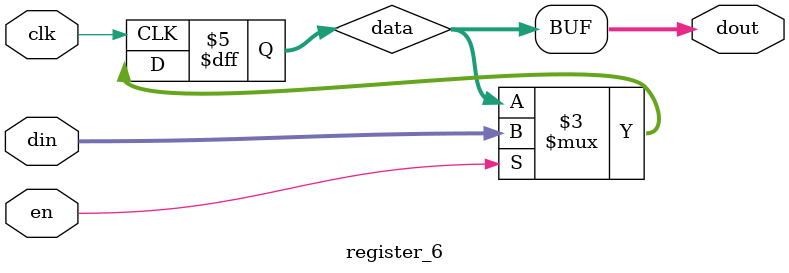
<source format=v>
module register_6 #(parameter WIDTH=32) (
    input clk,
    input en,
    input [WIDTH-1:0] din,
    output [WIDTH-1:0] dout
    );
reg [WIDTH-1:0] data;
initial data = 0;
always @ (posedge clk)
    if (en)
        data <= din;
assign dout = data;
endmodule
</source>
